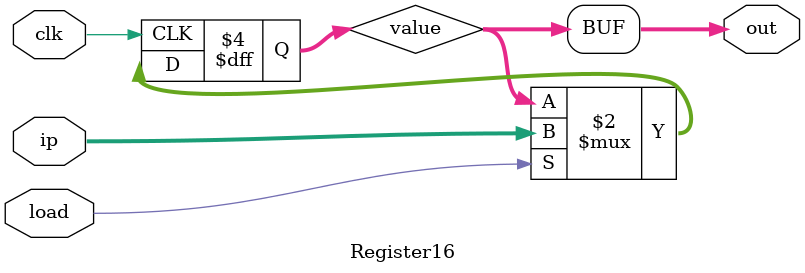
<source format=v>
`timescale 1ns / 1ps
module Register16(load, ip, clk, out);
input load;
input clk;
input [15:0] ip;

output [15:0] out;

reg [15:0] value;

assign out = value;

always@(posedge clk) begin
	if(load) begin
		  value <= ip;
	end
end

endmodule
</source>
